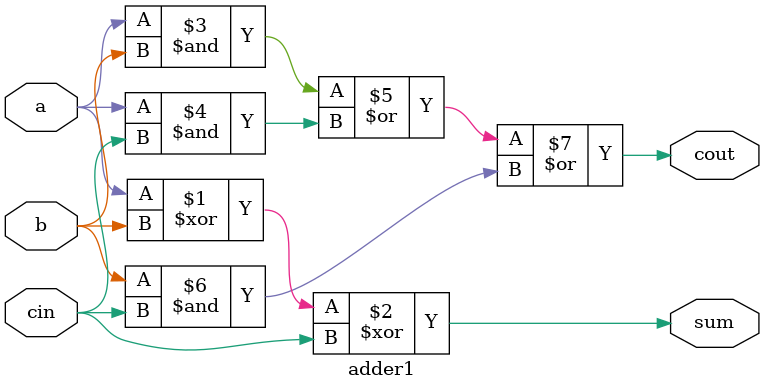
<source format=v>
module adder1(
	input a, 
	input b, 
	input cin, 
	output sum, 
	output cout);
	
	assign sum = a ^ b ^ cin;
	assign cout = (a & b) | (a & cin) | (b & cin);

endmodule 
</source>
